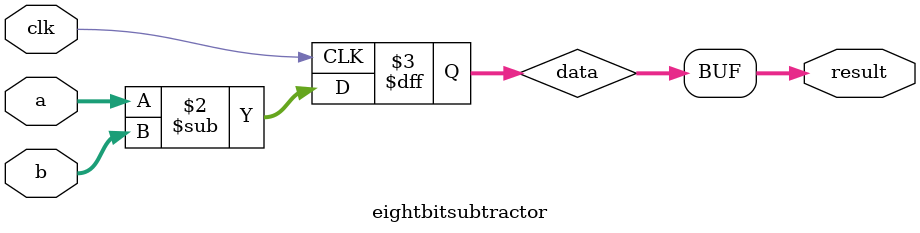
<source format=v>
`timescale 1ns / 1ps


module eightbitsubtractor(
        input wire [0:7] a,
        input wire [0:7] b,
        input wire clk,
        output wire [0:7] result
    );
    reg [0:7] data;
    always @(posedge clk)begin
        data <= a-b;
    end
    assign result = data;
endmodule

</source>
